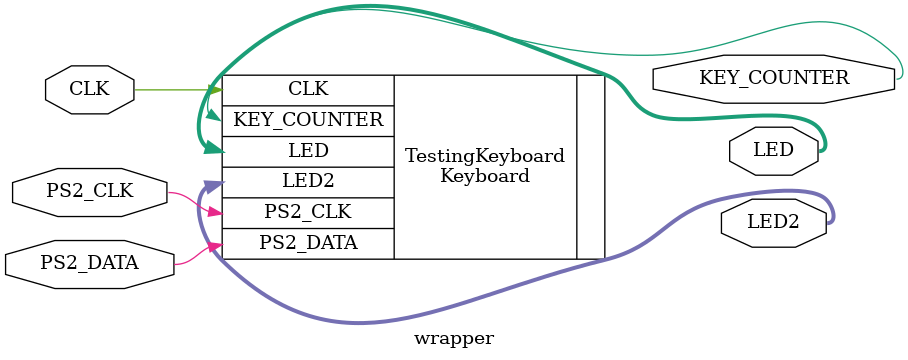
<source format=v>
`timescale 1ns / 1ps
module wrapper(
	input CLK,		//board clock signal
	input PS2_CLK,		//keyboard clock signal
	input PS2_DATA,		//keyboard data signal
	output [7:0] LED,	//8 output LEDs
	output [1:0] LED2,
	output KEY_COUNTER
	);
Keyboard TestingKeyboard (
							.CLK(CLK),
							.PS2_CLK(PS2_CLK), 
							.PS2_DATA(PS2_DATA),
							.LED(LED),
							.LED2(LED2),
							.KEY_COUNTER(KEY_COUNTER)
							);

endmodule

</source>
